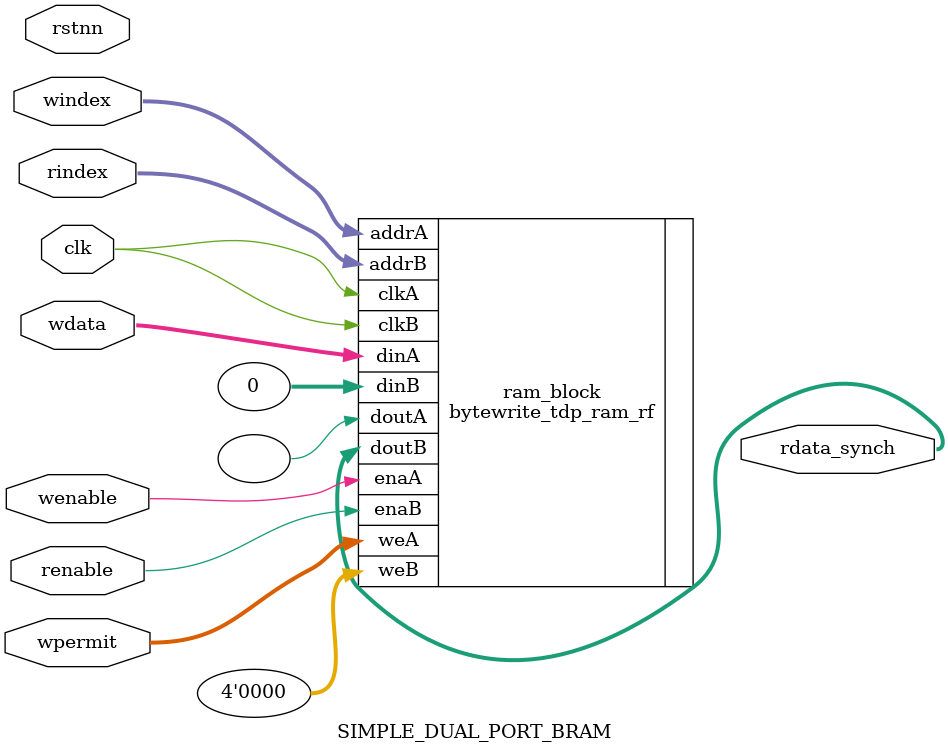
<source format=v>
module SIMPLE_DUAL_PORT_BRAM(
    clk,
    rstnn,
    windex,
    wenable,
    wpermit,
    wdata,
    rindex,
    renable,
    rdata_synch
);


    parameter BW_INDEX = 16;
    parameter WIDTH = 32;
    parameter BW_SUBWORD = 8;
    parameter USE_SINGLE_INDEX = 0;
    parameter USE_SUBWORD_ENABLE = 1;
    parameter ADDR_WIDTH = BW_INDEX;
    parameter DEPTH = 1 << ADDR_WIDTH;
    parameter DATA_WIDTH = WIDTH;
    parameter NUM_COL = DATA_WIDTH / BW_SUBWORD;

    input clk;
    input rstnn;
    input [BW_INDEX-1:0] windex;
    input wenable;
    input [NUM_COL-1:0] wpermit;
    input [DATA_WIDTH-1:0] wdata;
    input [BW_INDEX-1:0] rindex;
    input renable;
    output [DATA_WIDTH-1:0] rdata_synch;
    
    bytewrite_tdp_ram_rf #(
        .NUM_COL(NUM_COL),
        .COL_WIDTH(BW_SUBWORD),
        .ADDR_WIDTH(ADDR_WIDTH),
        .DATA_WIDTH(DATA_WIDTH)
    ) ram_block (
        .clkA(clk),
        .enaA(wenable),
        .weA(wpermit),
        .addrA(windex),
        .dinA(wdata),
        .doutA(), // No output for write port
        .clkB(clk),
        .enaB(renable),
        .weB({NUM_COL{1'b0}}), // No write enable for read port
        .addrB(rindex),
        .dinB({DATA_WIDTH{1'b0}}), // No input for read port
        .doutB(rdata_synch)
    );
endmodule
</source>
